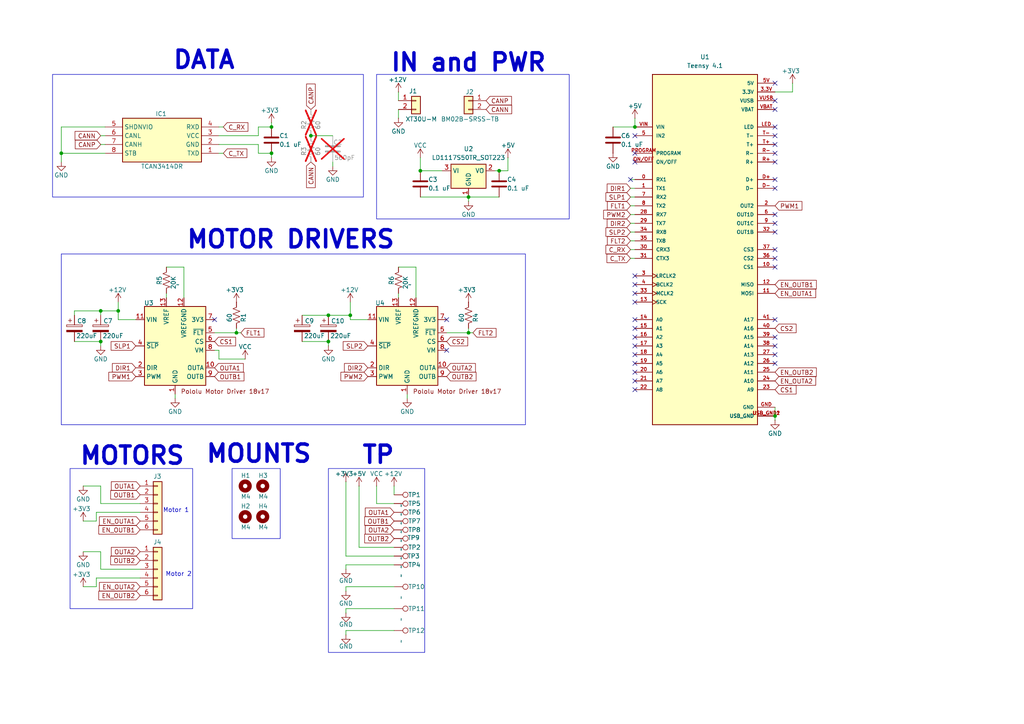
<source format=kicad_sch>
(kicad_sch (version 20231120) (generator "eeschema") (generator_version "8.0")
  (paper "A4")
  (title_block (title "Mechanum Drive Train") (date "2025-01-14") (rev "0.1") (company "Gold Rush Robotics") (comment 1 "WIP"))
  (lib_symbols
    (symbol "Connector:TestPoint" (pin_numbers hide) (pin_names (offset 0.762) hide)
      (property "Reference" "TP" (at 0 6.858 0))
      (property "Value" "TestPoint" (at 0 5.08 0))
      (symbol "TestPoint_0_1"
        (circle (center 0 3.302) (radius 0.762))
      )
      (symbol "TestPoint_1_1"
        (pin passive line (at 0 0 90) (length 2.54) (name "1") (number "1"))
      )
    )
    (symbol "Connector_Generic:Conn_01x02" (pin_names (offset 1.016) hide)
      (property "Reference" "J" (at 0 2.54 0))
      (property "Value" "Conn_01x02" (at 0 -5.08 0))
      (symbol "Conn_01x02_1_1"
        (rectangle (start -1.27 -2.413) (end 0 -2.667) (stroke (width 0.1524)))
        (rectangle (start -1.27 0.127) (end 0 -0.127) (stroke (width 0.1524)))
        (rectangle (start -1.27 1.27) (end 1.27 -3.81) (stroke (width 0.254)) (fill (type background)))
        (pin passive line (at -5.08 0 0) (length 3.81) (name "Pin_1") (number "1"))
        (pin passive line (at -5.08 -2.54 0) (length 3.81) (name "Pin_2") (number "2"))
      )
    )
    (symbol "Connector_Generic:Conn_01x06" (pin_names (offset 1.016) hide)
      (property "Reference" "J" (at 0 7.62 0))
      (property "Value" "Conn_01x06" (at 0 -10.16 0))
      (symbol "Conn_01x06_1_1"
        (rectangle (start -1.27 -7.493) (end 0 -7.747) (stroke (width 0.1524)))
        (rectangle (start -1.27 -4.953) (end 0 -5.207) (stroke (width 0.1524)))
        (rectangle (start -1.27 -2.413) (end 0 -2.667) (stroke (width 0.1524)))
        (rectangle (start -1.27 0.127) (end 0 -0.127) (stroke (width 0.1524)))
        (rectangle (start -1.27 2.667) (end 0 2.413) (stroke (width 0.1524)))
        (rectangle (start -1.27 5.207) (end 0 4.953) (stroke (width 0.1524)))
        (rectangle (start -1.27 6.35) (end 1.27 -8.89) (stroke (width 0.254)) (fill (type background)))
        (pin passive line (at -5.08 5.08 0) (length 3.81) (name "Pin_1") (number "1"))
        (pin passive line (at -5.08 2.54 0) (length 3.81) (name "Pin_2") (number "2"))
        (pin passive line (at -5.08 0 0) (length 3.81) (name "Pin_3") (number "3"))
        (pin passive line (at -5.08 -2.54 0) (length 3.81) (name "Pin_4") (number "4"))
        (pin passive line (at -5.08 -5.08 0) (length 3.81) (name "Pin_5") (number "5"))
        (pin passive line (at -5.08 -7.62 0) (length 3.81) (name "Pin_6") (number "6"))
      )
    )
    (symbol "Device:C" (pin_numbers hide) (pin_names (offset 0.254))
      (property "Reference" "C" (at 0.635 2.54 0))
      (property "Value" "C" (at 0.635 -2.54 0))
      (symbol "C_0_1"
        (polyline (pts (xy -2.032 -0.762) (xy 2.032 -0.762)) (stroke (width 0.508)))
        (polyline (pts (xy -2.032 0.762) (xy 2.032 0.762)) (stroke (width 0.508)))
      )
      (symbol "C_1_1"
        (pin passive line (at 0 3.81 270) (length 2.794) (name "~") (number "1"))
        (pin passive line (at 0 -3.81 90) (length 2.794) (name "~") (number "2"))
      )
    )
    (symbol "Device:C_Polarized" (pin_numbers hide) (pin_names (offset 0.254))
      (property "Reference" "C" (at 0.635 2.54 0))
      (property "Value" "C_Polarized" (at 0.635 -2.54 0))
      (symbol "C_Polarized_0_1"
        (rectangle (start -2.286 0.508) (end 2.286 1.016))
        (polyline (pts (xy -1.778 2.286) (xy -0.762 2.286)))
        (polyline (pts (xy -1.27 2.794) (xy -1.27 1.778)))
        (rectangle (start 2.286 -0.508) (end -2.286 -1.016) (fill (type outline)))
      )
      (symbol "C_Polarized_1_1"
        (pin passive line (at 0 3.81 270) (length 2.794) (name "~") (number "1"))
        (pin passive line (at 0 -3.81 90) (length 2.794) (name "~") (number "2"))
      )
    )
    (symbol "Device:R_US" (pin_numbers hide) (pin_names (offset 0))
      (property "Reference" "R" (at 2.54 0 90))
      (property "Value" "R_US" (at -2.54 0 90))
      (symbol "R_US_0_1"
        (polyline (pts (xy 0 -2.286) (xy 0 -2.54)))
        (polyline (pts (xy 0 2.286) (xy 0 2.54)))
        (polyline (pts (xy 0 -0.762) (xy 1.016 -1.143) (xy 0 -1.524) (xy -1.016 -1.905) (xy 0 -2.286)))
        (polyline (pts (xy 0 0.762) (xy 1.016 0.381) (xy 0 0) (xy -1.016 -0.381) (xy 0 -0.762)))
        (polyline (pts (xy 0 2.286) (xy 1.016 1.905) (xy 0 1.524) (xy -1.016 1.143) (xy 0 0.762)))
      )
      (symbol "R_US_1_1"
        (pin passive line (at 0 3.81 270) (length 1.27) (name "~") (number "1"))
        (pin passive line (at 0 -3.81 90) (length 1.27) (name "~") (number "2"))
      )
    )
    (symbol "Mechanical:MountingHole" (pin_names (offset 1.016)) (exclude_from_sim yes) (in_bom no)
      (property "Reference" "H" (at 0 5.08 0))
      (property "Value" "MountingHole" (at 0 3.175 0))
      (symbol "MountingHole_0_1"
        (circle (center 0 0) (radius 1.27) (stroke (width 1.27)))
      )
    )
    (symbol "Pololu_Motor_Driver_18v17_1"
      (property "Reference" "U" (at 8.636 30.988 0))
      (symbol "Pololu_Motor_Driver_18v17_1_0_1"
        (rectangle (start 0 29.21) (end 17.78 6.35) (stroke (width 0.254)) (fill (type background)))
      )
      (symbol "Pololu_Motor_Driver_18v17_1_1_1"
        (text "Pololu Motor Driver 18v17" (at 23.368 4.572 0) (effects (font (size 1.27 1.27))))
        (pin power_in line (at 8.89 3.81 90) (length 2.54) (name "GND") (number "1"))
        (pin output line (at 20.32 11.43 180) (length 2.54) (name "OUTA") (number "10"))
        (pin power_in line (at -2.54 25.4 0) (length 2.54) (name "VIN") (number "11"))
        (pin power_in line (at 11.43 31.75 270) (length 2.54) (name "VREFGND") (number "12"))
        (pin power_in line (at 6.35 31.75 270) (length 2.54) (name "VREF") (number "13"))
        (pin input line (at -2.54 11.43 0) (length 2.54) (name "DIR") (number "2"))
        (pin input line (at -2.54 8.89 0) (length 2.54) (name "PWM") (number "3"))
        (pin input line (at -2.54 17.78 0) (length 2.54) (name "~{SLP}") (number "4"))
        (pin output line (at 20.32 21.59 180) (length 2.54) (name "~{FLT}") (number "5"))
        (pin output line (at 20.32 19.05 180) (length 2.54) (name "CS") (number "6"))
        (pin power_out line (at 20.32 25.4 180) (length 2.54) (name "3V3") (number "7"))
        (pin output line (at 20.32 16.51 180) (length 2.54) (name "VM") (number "8"))
        (pin output line (at 20.32 8.89 180) (length 2.54) (name "OUTB") (number "9"))
      )
    )
    (symbol "PolouMotorDriver:Pololu_Motor_Driver_18v17"
      (property "Reference" "U" (at 8.636 30.988 0))
      (symbol "Pololu_Motor_Driver_18v17_0_1"
        (rectangle (start 0 29.21) (end 17.78 6.35) (stroke (width 0.254)) (fill (type background)))
      )
      (symbol "Pololu_Motor_Driver_18v17_1_1"
        (text "Pololu Motor Driver 18v17" (at 23.368 4.572 0) (effects (font (size 1.27 1.27))))
        (pin power_in line (at 8.89 3.81 90) (length 2.54) (name "GND") (number "1"))
        (pin output line (at 20.32 11.43 180) (length 2.54) (name "OUTA") (number "10"))
        (pin power_in line (at -2.54 25.4 0) (length 2.54) (name "VIN") (number "11"))
        (pin power_in line (at 11.43 31.75 270) (length 2.54) (name "VREFGND") (number "12"))
        (pin power_in line (at 6.35 31.75 270) (length 2.54) (name "VREF") (number "13"))
        (pin input line (at -2.54 11.43 0) (length 2.54) (name "DIR") (number "2"))
        (pin input line (at -2.54 8.89 0) (length 2.54) (name "PWM") (number "3"))
        (pin input line (at -2.54 17.78 0) (length 2.54) (name "~{SLP}") (number "4"))
        (pin output line (at 20.32 21.59 180) (length 2.54) (name "~{FLT}") (number "5"))
        (pin output line (at 20.32 19.05 180) (length 2.54) (name "CS") (number "6"))
        (pin power_out line (at 20.32 25.4 180) (length 2.54) (name "3V3") (number "7"))
        (pin output line (at 20.32 16.51 180) (length 2.54) (name "VM") (number "8"))
        (pin output line (at 20.32 8.89 180) (length 2.54) (name "OUTB") (number "9"))
      )
    )
    (symbol "Regulator_Linear:LD1117S50TR_SOT223"
      (property "Reference" "U" (at -3.81 3.175 0))
      (property "Value" "LD1117S50TR_SOT223" (at 0 3.175 0))
      (symbol "LD1117S50TR_SOT223_0_1"
        (rectangle (start -5.08 -5.08) (end 5.08 1.905) (stroke (width 0.254)) (fill (type background)))
      )
      (symbol "LD1117S50TR_SOT223_1_1"
        (pin power_in line (at 0 -7.62 90) (length 2.54) (name "GND") (number "1"))
        (pin power_out line (at 7.62 0 180) (length 2.54) (name "VO") (number "2"))
        (pin power_in line (at -7.62 0 0) (length 2.54) (name "VI") (number "3"))
      )
    )
    (symbol "TCAN3414DR:TCAN3414DR"
      (property "Reference" "IC" (at 29.21 7.62 0))
      (property "Value" "TCAN3414DR" (at 29.21 5.08 0))
      (symbol "TCAN3414DR_1_1"
        (rectangle (start 5.08 2.54) (end 27.94 -10.16) (stroke (width 0.254)) (fill (type background)))
        (pin passive line (at 0 0 0) (length 5.08) (name "TXD") (number "1"))
        (pin passive line (at 0 -2.54 0) (length 5.08) (name "GND") (number "2"))
        (pin passive line (at 0 -5.08 0) (length 5.08) (name "VCC") (number "3"))
        (pin passive line (at 0 -7.62 0) (length 5.08) (name "RXD") (number "4"))
        (pin passive line (at 33.02 -7.62 180) (length 5.08) (name "SHDNVIO") (number "5"))
        (pin passive line (at 33.02 -5.08 180) (length 5.08) (name "CANL") (number "6"))
        (pin passive line (at 33.02 -2.54 180) (length 5.08) (name "CANH") (number "7"))
        (pin passive line (at 33.02 0 180) (length 5.08) (name "STB") (number "8"))
      )
    )
    (symbol "Teensy 4.1:DEV-16771" (pin_names (offset 1.016))
      (property "Reference" "U" (at -15.24 52.07 0))
      (property "Value" "DEV-16771" (at -15.24 -53.34 0))
      (symbol "DEV-16771_0_0"
        (rectangle (start -15.24 -50.8) (end 15.24 50.8) (stroke (width 0.254)) (fill (type background)))
        (pin bidirectional line (at -20.32 20.32 0) (length 5.08) (name "RX1") (number "0"))
        (pin bidirectional line (at -20.32 17.78 0) (length 5.08) (name "TX1") (number "1"))
        (pin bidirectional line (at 20.32 -5.08 180) (length 5.08) (name "CS1") (number "10"))
        (pin bidirectional line (at 20.32 -12.7 180) (length 5.08) (name "MOSI") (number "11"))
        (pin bidirectional line (at 20.32 -10.16 180) (length 5.08) (name "MISO") (number "12"))
        (pin bidirectional clock (at -20.32 -15.24 0) (length 5.08) (name "SCK") (number "13"))
        (pin bidirectional line (at -20.32 -20.32 0) (length 5.08) (name "A0") (number "14"))
        (pin bidirectional line (at -20.32 -22.86 0) (length 5.08) (name "A1") (number "15"))
        (pin bidirectional line (at -20.32 -25.4 0) (length 5.08) (name "A2") (number "16"))
        (pin bidirectional line (at -20.32 -27.94 0) (length 5.08) (name "A3") (number "17"))
        (pin bidirectional line (at -20.32 -30.48 0) (length 5.08) (name "A4") (number "18"))
        (pin bidirectional line (at -20.32 -33.02 0) (length 5.08) (name "A5") (number "19"))
        (pin output line (at 20.32 12.7 180) (length 5.08) (name "OUT2") (number "2"))
        (pin bidirectional line (at -20.32 -35.56 0) (length 5.08) (name "A6") (number "20"))
        (pin bidirectional line (at -20.32 -38.1 0) (length 5.08) (name "A7") (number "21"))
        (pin bidirectional line (at -20.32 -40.64 0) (length 5.08) (name "A8") (number "22"))
        (pin bidirectional line (at 20.32 -40.64 180) (length 5.08) (name "A9") (number "23"))
        (pin bidirectional line (at 20.32 -38.1 180) (length 5.08) (name "A10") (number "24"))
        (pin bidirectional line (at 20.32 -35.56 180) (length 5.08) (name "A11") (number "25"))
        (pin bidirectional line (at 20.32 -33.02 180) (length 5.08) (name "A12") (number "26"))
        (pin bidirectional line (at 20.32 -30.48 180) (length 5.08) (name "A13") (number "27"))
        (pin bidirectional line (at -20.32 10.16 0) (length 5.08) (name "RX7") (number "28"))
        (pin bidirectional line (at -20.32 7.62 0) (length 5.08) (name "TX7") (number "29"))
        (pin bidirectional clock (at -20.32 -7.62 0) (length 5.08) (name "LRCLK2") (number "3"))
        (pin bidirectional line (at -20.32 0 0) (length 5.08) (name "CRX3") (number "30"))
        (pin bidirectional line (at -20.32 -2.54 0) (length 5.08) (name "CTX3") (number "31"))
        (pin output line (at 20.32 5.08 180) (length 5.08) (name "OUT1B") (number "32"))
        (pin bidirectional clock (at -20.32 -12.7 0) (length 5.08) (name "MCLK2") (number "33"))
        (pin bidirectional line (at -20.32 5.08 0) (length 5.08) (name "RX8") (number "34"))
        (pin bidirectional line (at -20.32 2.54 0) (length 5.08) (name "TX8") (number "35"))
        (pin bidirectional line (at 20.32 -2.54 180) (length 5.08) (name "CS2") (number "36"))
        (pin bidirectional line (at 20.32 0 180) (length 5.08) (name "CS3") (number "37"))
        (pin bidirectional line (at 20.32 -27.94 180) (length 5.08) (name "A14") (number "38"))
        (pin bidirectional line (at 20.32 -25.4 180) (length 5.08) (name "A15") (number "39"))
        (pin bidirectional clock (at -20.32 -10.16 0) (length 5.08) (name "BCLK2") (number "4"))
        (pin bidirectional line (at 20.32 -22.86 180) (length 5.08) (name "A16") (number "40"))
        (pin bidirectional line (at 20.32 -20.32 180) (length 5.08) (name "A17") (number "41"))
        (pin bidirectional line (at -20.32 33.02 0) (length 5.08) (name "IN2") (number "5"))
        (pin power_in line (at 20.32 48.26 180) (length 5.08) (name "5V") (number "5V"))
        (pin output line (at 20.32 10.16 180) (length 5.08) (name "OUT1D") (number "6"))
        (pin bidirectional line (at -20.32 15.24 0) (length 5.08) (name "RX2") (number "7"))
        (pin bidirectional line (at -20.32 12.7 0) (length 5.08) (name "TX2") (number "8"))
        (pin output line (at 20.32 7.62 180) (length 5.08) (name "OUT1C") (number "9"))
        (pin bidirectional line (at 20.32 20.32 180) (length 5.08) (name "D+") (number "D+"))
        (pin bidirectional line (at 20.32 17.78 180) (length 5.08) (name "D-") (number "D-"))
        (pin bidirectional line (at 20.32 35.56 180) (length 5.08) (name "LED") (number "LED"))
        (pin bidirectional line (at -20.32 25.4 0) (length 5.08) (name "ON/OFF") (number "ON/OFF"))
        (pin bidirectional line (at -20.32 27.94 0) (length 5.08) (name "PROGRAM") (number "PROGRAM"))
        (pin bidirectional line (at 20.32 25.4 180) (length 5.08) (name "R+") (number "R+"))
        (pin bidirectional line (at 20.32 27.94 180) (length 5.08) (name "R-") (number "R-"))
        (pin bidirectional line (at 20.32 30.48 180) (length 5.08) (name "T+") (number "T+"))
        (pin bidirectional line (at 20.32 33.02 180) (length 5.08) (name "T-") (number "T-"))
        (pin power_in line (at 20.32 -48.26 180) (length 5.08) (name "USB_GND") (number "USB_GND1"))
        (pin power_in line (at 20.32 -48.26 180) (length 5.08) (name "USB_GND") (number "USB_GND2"))
        (pin passive line (at 20.32 40.64 180) (length 5.08) (name "VBAT") (number "VBAT"))
        (pin input line (at -20.32 35.56 0) (length 5.08) (name "VIN") (number "VIN"))
        (pin passive line (at 20.32 43.18 180) (length 5.08) (name "VUSB") (number "VUSB"))
      )
      (symbol "DEV-16771_1_0"
        (pin power_in line (at 20.32 45.72 180) (length 5.08) (name "3.3V") (number "3.3V"))
        (pin power_in line (at 20.32 -45.72 180) (length 5.08) (name "GND") (number "GND"))
      )
    )
    (symbol "power:+12V" (power) (pin_numbers hide) (pin_names (offset 0) hide)
      (property "Value" "+12V" (at 0 3.556 0))
      (symbol "+12V_0_1"
        (polyline (pts (xy -0.762 1.27) (xy 0 2.54)))
        (polyline (pts (xy 0 0) (xy 0 2.54)))
        (polyline (pts (xy 0 2.54) (xy 0.762 1.27)))
      )
      (symbol "+12V_1_1"
        (pin power_in line (at 0 0 90) (length 0) (name "~") (number "1"))
      )
    )
    (symbol "power:+3V3" (power) (pin_numbers hide) (pin_names (offset 0) hide)
      (property "Value" "+3V3" (at 0 3.556 0))
      (symbol "+3V3_0_1"
        (polyline (pts (xy -0.762 1.27) (xy 0 2.54)))
        (polyline (pts (xy 0 0) (xy 0 2.54)))
        (polyline (pts (xy 0 2.54) (xy 0.762 1.27)))
      )
      (symbol "+3V3_1_1"
        (pin power_in line (at 0 0 90) (length 0) (name "~") (number "1"))
      )
    )
    (symbol "power:+5V" (power) (pin_numbers hide) (pin_names (offset 0) hide)
      (property "Value" "+5V" (at 0 3.556 0))
      (symbol "+5V_0_1"
        (polyline (pts (xy -0.762 1.27) (xy 0 2.54)))
        (polyline (pts (xy 0 0) (xy 0 2.54)))
        (polyline (pts (xy 0 2.54) (xy 0.762 1.27)))
      )
      (symbol "+5V_1_1"
        (pin power_in line (at 0 0 90) (length 0) (name "~") (number "1"))
      )
    )
    (symbol "power:GND" (power) (pin_numbers hide) (pin_names (offset 0) hide)
      (property "Value" "GND" (at 0 -3.81 0))
      (symbol "GND_0_1"
        (polyline (pts (xy 0 0) (xy 0 -1.27) (xy 1.27 -1.27) (xy 0 -2.54) (xy -1.27 -1.27) (xy 0 -1.27)))
      )
      (symbol "GND_1_1"
        (pin power_in line (at 0 0 270) (length 0) (name "~") (number "1"))
      )
    )
    (symbol "power:VCC" (power) (pin_numbers hide) (pin_names (offset 0) hide)
      (property "Value" "VCC" (at 0 3.556 0))
      (symbol "VCC_0_1"
        (polyline (pts (xy -0.762 1.27) (xy 0 2.54)))
        (polyline (pts (xy 0 0) (xy 0 2.54)))
        (polyline (pts (xy 0 2.54) (xy 0.762 1.27)))
      )
      (symbol "VCC_1_1"
        (pin power_in line (at 0 0 90) (length 0) (name "~") (number "1"))
      )
    )
  )
  (junction (at 68.58 96.52))
  (junction (at 29.21 99.06))
  (junction (at 224.79 120.65))
  (junction (at 95.25 91.44))
  (junction (at 78.74 44.45))
  (junction (at 29.21 90.17))
  (junction (at 135.89 57.15))
  (junction (at 144.78 49.53))
  (junction (at 101.6 91.44))
  (junction (at 121.92 49.53))
  (junction (at 90.17 39.37))
  (junction (at 17.78 44.45))
  (junction (at 78.74 36.83))
  (junction (at 95.25 99.06))
  (junction (at 135.89 96.52))
  (junction (at 34.29 90.17))
  (junction (at 184.15 36.83))
  (no_connect (at 184.15 87.63))
  (no_connect (at 224.79 77.47))
  (no_connect (at 224.79 39.37))
  (no_connect (at 184.15 80.01))
  (no_connect (at 184.15 107.95))
  (no_connect (at 129.54 101.6))
  (no_connect (at 184.15 85.09))
  (no_connect (at 224.79 44.45))
  (no_connect (at 224.79 41.91))
  (no_connect (at 184.15 39.37))
  (no_connect (at 184.15 95.25))
  (no_connect (at 184.15 105.41))
  (no_connect (at 224.79 36.83))
  (no_connect (at 224.79 31.75))
  (no_connect (at 182.88 52.07))
  (no_connect (at 184.15 110.49))
  (no_connect (at 62.23 92.71))
  (no_connect (at 224.79 52.07))
  (no_connect (at 224.79 105.41))
  (no_connect (at 224.79 62.23))
  (no_connect (at 184.15 46.99))
  (no_connect (at 224.79 67.31))
  (no_connect (at 184.15 113.03))
  (no_connect (at 224.79 74.93))
  (no_connect (at 224.79 54.61))
  (no_connect (at 224.79 72.39))
  (no_connect (at 184.15 102.87))
  (no_connect (at 129.54 92.71))
  (no_connect (at 224.79 97.79))
  (no_connect (at 184.15 100.33))
  (no_connect (at 184.15 82.55))
  (no_connect (at 224.79 102.87))
  (no_connect (at 224.79 46.99))
  (no_connect (at 184.15 44.45))
  (no_connect (at 224.79 24.13))
  (no_connect (at 184.15 97.79))
  (no_connect (at 224.79 64.77))
  (no_connect (at 224.79 100.33))
  (no_connect (at 224.79 29.21))
  (no_connect (at 184.15 92.71))
  (no_connect (at 224.79 92.71))
  (wire (pts (xy 100.33 139.7) (xy 100.33 161.29)))
  (wire (pts (xy 74.93 36.83) (xy 78.74 36.83)))
  (wire (pts (xy 101.6 91.44) (xy 101.6 92.71)))
  (wire (pts (xy 184.15 34.29) (xy 184.15 36.83)))
  (wire (pts (xy 118.11 115.57) (xy 118.11 114.3)))
  (wire (pts (xy 115.57 77.47) (xy 120.65 77.47)))
  (wire (pts (xy 63.5 104.14) (xy 63.5 101.6)))
  (wire (pts (xy 100.33 182.88) (xy 100.33 184.15)))
  (wire (pts (xy 177.8 36.83) (xy 184.15 36.83)))
  (wire (pts (xy 68.58 96.52) (xy 69.85 96.52)))
  (wire (pts (xy 100.33 170.18) (xy 100.33 171.45)))
  (wire (pts (xy 224.79 118.11) (xy 224.79 120.65)))
  (wire (pts (xy 100.33 163.83) (xy 114.3 163.83)))
  (wire (pts (xy 87.63 91.44) (xy 95.25 91.44)))
  (wire (pts (xy 27.94 151.13) (xy 27.94 148.59)))
  (wire (pts (xy 27.94 167.64) (xy 40.64 167.64)))
  (wire (pts (xy 144.78 49.53) (xy 147.32 49.53)))
  (wire (pts (xy 27.94 148.59) (xy 40.64 148.59)))
  (wire (pts (xy 104.14 158.75) (xy 114.3 158.75)))
  (wire (pts (xy 78.74 44.45) (xy 74.93 44.45)))
  (wire (pts (xy 114.3 140.97) (xy 114.3 143.51)))
  (wire (pts (xy 29.21 90.17) (xy 34.29 90.17)))
  (wire (pts (xy 182.88 64.77) (xy 184.15 64.77)))
  (wire (pts (xy 121.92 57.15) (xy 135.89 57.15)))
  (wire (pts (xy 144.78 49.53) (xy 143.51 49.53)))
  (wire (pts (xy 29.21 160.02) (xy 29.21 165.1)))
  (wire (pts (xy 95.25 99.06) (xy 95.25 100.33)))
  (wire (pts (xy 24.13 170.18) (xy 27.94 170.18)))
  (wire (pts (xy 100.33 176.53) (xy 114.3 176.53)))
  (wire (pts (xy 121.92 45.72) (xy 121.92 49.53)))
  (wire (pts (xy 182.88 69.85) (xy 184.15 69.85)))
  (wire (pts (xy 21.59 90.17) (xy 29.21 90.17)))
  (wire (pts (xy 96.52 48.26) (xy 96.52 46.99)))
  (wire (pts (xy 182.88 72.39) (xy 184.15 72.39)))
  (wire (pts (xy 115.57 26.67) (xy 115.57 29.21)))
  (wire (pts (xy 100.33 163.83) (xy 100.33 165.1)))
  (wire (pts (xy 182.88 59.69) (xy 184.15 59.69)))
  (wire (pts (xy 224.79 26.67) (xy 229.87 26.67)))
  (wire (pts (xy 63.5 41.91) (xy 74.93 41.91)))
  (wire (pts (xy 27.94 170.18) (xy 27.94 167.64)))
  (wire (pts (xy 100.33 161.29) (xy 114.3 161.29)))
  (wire (pts (xy 74.93 39.37) (xy 74.93 36.83)))
  (wire (pts (xy 109.22 146.05) (xy 109.22 140.97)))
  (wire (pts (xy 34.29 92.71) (xy 39.37 92.71)))
  (wire (pts (xy 17.78 44.45) (xy 30.48 44.45)))
  (wire (pts (xy 30.48 36.83) (xy 17.78 36.83)))
  (wire (pts (xy 182.88 54.61) (xy 184.15 54.61)))
  (wire (pts (xy 135.89 96.52) (xy 137.16 96.52)))
  (wire (pts (xy 24.13 151.13) (xy 27.94 151.13)))
  (wire (pts (xy 29.21 41.91) (xy 30.48 41.91)))
  (wire (pts (xy 50.8 115.57) (xy 50.8 114.3)))
  (wire (pts (xy 182.88 52.07) (xy 184.15 52.07)))
  (wire (pts (xy 17.78 46.99) (xy 17.78 44.45)))
  (wire (pts (xy 87.63 99.06) (xy 95.25 99.06)))
  (wire (pts (xy 74.93 44.45) (xy 74.93 41.91)))
  (wire (pts (xy 115.57 85.09) (xy 115.57 86.36)))
  (wire (pts (xy 182.88 74.93) (xy 184.15 74.93)))
  (wire (pts (xy 182.88 62.23) (xy 184.15 62.23)))
  (wire (pts (xy 78.74 45.72) (xy 78.74 44.45)))
  (wire (pts (xy 48.26 85.09) (xy 48.26 86.36)))
  (wire (pts (xy 34.29 87.63) (xy 34.29 90.17)))
  (wire (pts (xy 104.14 140.97) (xy 104.14 158.75)))
  (wire (pts (xy 21.59 99.06) (xy 29.21 99.06)))
  (wire (pts (xy 29.21 140.97) (xy 29.21 146.05)))
  (wire (pts (xy 101.6 92.71) (xy 106.68 92.71)))
  (wire (pts (xy 114.3 146.05) (xy 109.22 146.05)))
  (wire (pts (xy 68.58 95.25) (xy 68.58 96.52)))
  (wire (pts (xy 100.33 176.53) (xy 100.33 177.8)))
  (wire (pts (xy 129.54 96.52) (xy 135.89 96.52)))
  (wire (pts (xy 64.77 44.45) (xy 63.5 44.45)))
  (wire (pts (xy 29.21 91.44) (xy 29.21 90.17)))
  (wire (pts (xy 63.5 39.37) (xy 74.93 39.37)))
  (wire (pts (xy 224.79 121.92) (xy 224.79 120.65)))
  (wire (pts (xy 34.29 92.71) (xy 34.29 90.17)))
  (wire (pts (xy 24.13 140.97) (xy 29.21 140.97)))
  (wire (pts (xy 120.65 77.47) (xy 120.65 86.36)))
  (wire (pts (xy 182.88 67.31) (xy 184.15 67.31)))
  (wire (pts (xy 21.59 91.44) (xy 21.59 90.17)))
  (wire (pts (xy 101.6 87.63) (xy 101.6 91.44)))
  (wire (pts (xy 229.87 24.13) (xy 229.87 26.67)))
  (wire (pts (xy 24.13 160.02) (xy 29.21 160.02)))
  (wire (pts (xy 29.21 39.37) (xy 30.48 39.37)))
  (wire (pts (xy 53.34 77.47) (xy 53.34 86.36)))
  (wire (pts (xy 17.78 44.45) (xy 17.78 36.83)))
  (wire (pts (xy 63.5 101.6) (xy 62.23 101.6)))
  (wire (pts (xy 29.21 165.1) (xy 40.64 165.1)))
  (wire (pts (xy 135.89 57.15) (xy 144.78 57.15)))
  (wire (pts (xy 71.12 104.14) (xy 63.5 104.14)))
  (wire (pts (xy 121.92 49.53) (xy 128.27 49.53)))
  (wire (pts (xy 29.21 99.06) (xy 29.21 100.33)))
  (wire (pts (xy 95.25 91.44) (xy 101.6 91.44)))
  (wire (pts (xy 29.21 146.05) (xy 40.64 146.05)))
  (wire (pts (xy 100.33 170.18) (xy 114.3 170.18)))
  (wire (pts (xy 135.89 95.25) (xy 135.89 96.52)))
  (wire (pts (xy 62.23 96.52) (xy 68.58 96.52)))
  (wire (pts (xy 90.17 39.37) (xy 96.52 39.37)))
  (wire (pts (xy 182.88 57.15) (xy 184.15 57.15)))
  (wire (pts (xy 78.74 35.56) (xy 78.74 36.83)))
  (wire (pts (xy 100.33 182.88) (xy 114.3 182.88)))
  (wire (pts (xy 135.89 58.42) (xy 135.89 57.15)))
  (wire (pts (xy 115.57 34.29) (xy 115.57 31.75)))
  (wire (pts (xy 147.32 45.72) (xy 147.32 49.53)))
  (wire (pts (xy 64.77 36.83) (xy 63.5 36.83)))
  (wire (pts (xy 48.26 77.47) (xy 53.34 77.47)))
  (rectangle (start 67.31 135.89) (end 81.28 156.21))
  (rectangle (start 15.24 21.59) (end 105.41 57.15))
  (rectangle (start 20.32 135.89) (end 55.88 176.53))
  (rectangle (start 95.25 135.89) (end 123.19 189.23))
  (rectangle (start 17.78 73.66) (end 152.4 123.19))
  (rectangle (start 109.22 21.59) (end 165.1 63.5))
  (text "MOUNTS" (at 75.0796 131.7564 0) (effects (font (size 5 5) (thickness 1) (bold yes))))
  (text "TP" (at 109.728 132.08 0) (effects (font (size 5 5) (thickness 1) (bold yes))))
  (text "Motor 1" (at 51.054 148.082 0) (effects (font (size 1.27 1.27))))
  (text "DATA" (at 59.182 17.526 0) (effects (font (size 5 5) (thickness 1) (bold yes))))
  (text "IN and PWR" (at 135.89 18.288 0) (effects (font (size 5 5) (thickness 1) (bold yes))))
  (text "MOTOR DRIVERS" (at 84.328 69.596 0) (effects (font (size 5 5) (thickness 1) (bold yes))))
  (text "Motor 2" (at 51.816 166.624 0) (effects (font (size 1.27 1.27))))
  (text "MOTORS" (at 38.354 132.334 0) (effects (font (size 5 5) (thickness 1) (bold yes))))
  (global_label "EN_OUTA1" (shape input) (at 40.64 151.13 180) (property "Intersheetrefs" "${INTERSHEET_REFS}" (effects (hide yes))))
  (global_label "PWM1" (shape input) (at 39.37 109.22 180) (property "Intersheetrefs" "${INTERSHEET_REFS}" (effects (hide yes))))
  (global_label "OUTB2" (shape input) (at 129.54 109.22 0) (property "Intersheetrefs" "${INTERSHEET_REFS}" (effects (hide yes))))
  (global_label "PWM1" (shape input) (at 224.79 59.69 0) (property "Intersheetrefs" "${INTERSHEET_REFS}" (effects (hide yes))))
  (global_label "OUTB1" (shape input) (at 62.23 109.22 0) (property "Intersheetrefs" "${INTERSHEET_REFS}" (effects (hide yes))))
  (global_label "C_TX" (shape input) (at 182.88 74.93 180) (property "Intersheetrefs" "${INTERSHEET_REFS}" (effects (hide yes))))
  (global_label "SLP1" (shape input) (at 182.88 57.15 180) (property "Intersheetrefs" "${INTERSHEET_REFS}" (effects (hide yes))))
  (global_label "CANP" (shape input) (at 140.97 29.21 0) (property "Intersheetrefs" "${INTERSHEET_REFS}" (effects (hide yes))))
  (global_label "CANN" (shape input) (at 29.21 39.37 180) (property "Intersheetrefs" "${INTERSHEET_REFS}" (effects (hide yes))))
  (global_label "OUTB1" (shape input) (at 114.3 151.13 180) (property "Intersheetrefs" "${INTERSHEET_REFS}" (effects (hide yes))))
  (global_label "OUTA2" (shape input) (at 129.54 106.68 0) (property "Intersheetrefs" "${INTERSHEET_REFS}" (effects (hide yes))))
  (global_label "FLT1" (shape input) (at 182.88 59.69 180) (property "Intersheetrefs" "${INTERSHEET_REFS}" (effects (hide yes))))
  (global_label "FLT1" (shape input) (at 69.85 96.52 0) (property "Intersheetrefs" "${INTERSHEET_REFS}" (effects (hide yes))))
  (global_label "DIR2" (shape input) (at 182.88 64.77 180) (property "Intersheetrefs" "${INTERSHEET_REFS}" (effects (hide yes))))
  (global_label "PWM2" (shape input) (at 182.88 62.23 180) (property "Intersheetrefs" "${INTERSHEET_REFS}" (effects (hide yes))))
  (global_label "OUTA1" (shape input) (at 62.23 106.68 0) (property "Intersheetrefs" "${INTERSHEET_REFS}" (effects (hide yes))))
  (global_label "DIR1" (shape input) (at 182.88 54.61 180) (property "Intersheetrefs" "${INTERSHEET_REFS}" (effects (hide yes))))
  (global_label "FLT2" (shape input) (at 137.16 96.52 0) (property "Intersheetrefs" "${INTERSHEET_REFS}" (effects (hide yes))))
  (global_label "EN_OUTB2" (shape input) (at 40.64 172.72 180) (property "Intersheetrefs" "${INTERSHEET_REFS}" (effects (hide yes))))
  (global_label "CANP" (shape input) (at 90.17 31.75 90) (property "Intersheetrefs" "${INTERSHEET_REFS}" (effects (hide yes))))
  (global_label "DIR2" (shape input) (at 106.68 106.68 180) (property "Intersheetrefs" "${INTERSHEET_REFS}" (effects (hide yes))))
  (global_label "OUTB2" (shape input) (at 40.64 162.56 180) (property "Intersheetrefs" "${INTERSHEET_REFS}" (effects (hide yes))))
  (global_label "CANN" (shape input) (at 90.17 46.99 270) (property "Intersheetrefs" "${INTERSHEET_REFS}" (effects (hide yes))))
  (global_label "C_RX" (shape input) (at 182.88 72.39 180) (property "Intersheetrefs" "${INTERSHEET_REFS}" (effects (hide yes))))
  (global_label "CS1" (shape input) (at 62.23 99.06 0) (property "Intersheetrefs" "${INTERSHEET_REFS}" (effects (hide yes))))
  (global_label "CS2" (shape input) (at 224.79 95.25 0) (property "Intersheetrefs" "${INTERSHEET_REFS}" (effects (hide yes))))
  (global_label "EN_OUTB1" (shape input) (at 40.64 153.67 180) (property "Intersheetrefs" "${INTERSHEET_REFS}" (effects (hide yes))))
  (global_label "SLP2" (shape input) (at 182.88 67.31 180) (property "Intersheetrefs" "${INTERSHEET_REFS}" (effects (hide yes))))
  (global_label "OUTA2" (shape input) (at 114.3 153.67 180) (property "Intersheetrefs" "${INTERSHEET_REFS}" (effects (hide yes))))
  (global_label "C_TX" (shape input) (at 64.77 44.45 0) (property "Intersheetrefs" "${INTERSHEET_REFS}" (effects (hide yes))))
  (global_label "C_RX" (shape input) (at 64.77 36.83 0) (property "Intersheetrefs" "${INTERSHEET_REFS}" (effects (hide yes))))
  (global_label "SLP1" (shape input) (at 39.37 100.33 180) (property "Intersheetrefs" "${INTERSHEET_REFS}" (effects (hide yes))))
  (global_label "CANP" (shape input) (at 29.21 41.91 180) (property "Intersheetrefs" "${INTERSHEET_REFS}" (effects (hide yes))))
  (global_label "FLT2" (shape input) (at 182.88 69.85 180) (property "Intersheetrefs" "${INTERSHEET_REFS}" (effects (hide yes))))
  (global_label "PWM2" (shape input) (at 106.68 109.22 180) (property "Intersheetrefs" "${INTERSHEET_REFS}" (effects (hide yes))))
  (global_label "OUTB1" (shape input) (at 40.64 143.51 180) (property "Intersheetrefs" "${INTERSHEET_REFS}" (effects (hide yes))))
  (global_label "OUTA1" (shape input) (at 114.3 148.59 180) (property "Intersheetrefs" "${INTERSHEET_REFS}" (effects (hide yes))))
  (global_label "DIR1" (shape input) (at 39.37 106.68 180) (property "Intersheetrefs" "${INTERSHEET_REFS}" (effects (hide yes))))
  (global_label "EN_OUTA1" (shape input) (at 224.79 85.09 0) (property "Intersheetrefs" "${INTERSHEET_REFS}" (effects (hide yes))))
  (global_label "EN_OUTB2" (shape input) (at 224.79 107.95 0) (property "Intersheetrefs" "${INTERSHEET_REFS}" (effects (hide yes))))
  (global_label "CS1" (shape input) (at 224.79 113.03 0) (property "Intersheetrefs" "${INTERSHEET_REFS}" (effects (hide yes))))
  (global_label "EN_OUTA2" (shape input) (at 40.64 170.18 180) (property "Intersheetrefs" "${INTERSHEET_REFS}" (effects (hide yes))))
  (global_label "EN_OUTA2" (shape input) (at 224.79 110.49 0) (property "Intersheetrefs" "${INTERSHEET_REFS}" (effects (hide yes))))
  (global_label "OUTB2" (shape input) (at 114.3 156.21 180) (property "Intersheetrefs" "${INTERSHEET_REFS}" (effects (hide yes))))
  (global_label "EN_OUTB1" (shape input) (at 224.79 82.55 0) (property "Intersheetrefs" "${INTERSHEET_REFS}" (effects (hide yes))))
  (global_label "SLP2" (shape input) (at 106.68 100.33 180) (property "Intersheetrefs" "${INTERSHEET_REFS}" (effects (hide yes))))
  (global_label "OUTA2" (shape input) (at 40.64 160.02 180) (property "Intersheetrefs" "${INTERSHEET_REFS}" (effects (hide yes))))
  (global_label "CS2" (shape input) (at 129.54 99.06 0) (property "Intersheetrefs" "${INTERSHEET_REFS}" (effects (hide yes))))
  (global_label "OUTA1" (shape input) (at 40.64 140.97 180) (property "Intersheetrefs" "${INTERSHEET_REFS}" (effects (hide yes))))
  (global_label "CANN" (shape input) (at 140.97 31.75 0) (property "Intersheetrefs" "${INTERSHEET_REFS}" (effects (hide yes))))
  (symbol (lib_id "Connector_Generic:Conn_01x02") (at 135.89 29.21 0) (mirror y) (unit 1)
    (property "Reference" "J2" (at 137.414 26.6699 0) (effects (justify left)))
    (property "Value" "BM02B-SRSS-TB" (at 144.78 34.5439 0) (effects (justify left)))
    (property "Footprint" "Connector_JST:JST_SH_BM02B-SRSS-TB_1x02-1MP_P1.00mm_Vertical" (effects (hide yes)))
    (property "Description" "Generic connector, single row, 01x02, script generated (kicad-library-utils/schlib/autogen/connector/)" (effects (hide yes)))
  )
  (symbol (lib_id "Connector:TestPoint") (at 114.3 163.83 270) (unit 1)
    (property "Reference" "TP4" (at 118.3641 163.83 90) (effects (justify left)))
    (property "Value" "~" (at 116.3321 166.37 0) (effects (justify left)))
    (property "Footprint" "TestPoint:TestPoint_Loop_D1.80mm_Drill1.0mm_Beaded" (effects (hide yes)))
    (property "Description" "test point" (effects (hide yes)))
  )
  (symbol (lib_id "Device:R_US") (at 68.58 91.44 0) (mirror y) (unit 1)
    (property "Reference" "R1" (at 70.612 93.4719 90) (effects (justify left)))
    (property "Value" "60" (at 66.548 93.4719 90) (effects (justify left)))
    (property "Footprint" "Resistor_SMD:R_0805_2012Metric_Pad1.20x1.40mm_HandSolder" (effects (hide yes)))
    (property "Description" "Resistor, US symbol" (effects (hide yes)))
  )
  (symbol (lib_id "Connector:TestPoint") (at 114.3 153.67 270) (unit 1)
    (property "Reference" "TP8" (at 118.3641 153.67 90) (effects (justify left)))
    (property "Value" "~" (at 116.3321 156.21 0) (effects (justify left)))
    (property "Footprint" "TestPoint:TestPoint_Loop_D1.80mm_Drill1.0mm_Beaded" (effects (hide yes)))
    (property "Description" "test point" (effects (hide yes)))
  )
  (symbol (lib_id "power:+12V") (at 101.6 87.63 0) (unit 1)
    (property "Reference" "#PWR05" (effects (hide yes)))
    (property "Value" "+12V" (at 101.346 84.074 0))
    (property "Description" "Power symbol creates a global label with name \"+12V\"" (effects (hide yes)))
  )
  (symbol (lib_id "Device:R_US") (at 115.57 81.28 0) (mirror x) (unit 1)
    (property "Reference" "R6" (at 113.538 80.0101 90) (effects (justify left)))
    (property "Value" "20K" (at 117.602 80.0101 90) (effects (justify left)))
    (property "Footprint" "Resistor_THT:R_Axial_DIN0207_L6.3mm_D2.5mm_P5.08mm_Vertical" (effects (hide yes)))
    (property "Description" "Resistor, US symbol" (effects (hide yes)))
  )
  (symbol (lib_id "power:+3V3") (at 68.58 87.63 0) (unit 1)
    (property "Reference" "#PWR04" (effects (hide yes)))
    (property "Value" "+3V3" (at 68.072 84.074 0))
    (property "Description" "Power symbol creates a global label with name \"+3V3\"" (effects (hide yes)))
  )
  (symbol (lib_id "power:+3V3") (at 229.87 24.13 0) (unit 1)
    (property "Reference" "#PWR028" (effects (hide yes)))
    (property "Value" "+3V3" (at 229.362 20.574 0))
    (property "Description" "Power symbol creates a global label with name \"+3V3\"" (effects (hide yes)))
  )
  (symbol (lib_id "Connector:TestPoint") (at 114.3 151.13 270) (unit 1)
    (property "Reference" "TP7" (at 118.3641 151.13 90) (effects (justify left)))
    (property "Value" "~" (at 116.3321 153.67 0) (effects (justify left)))
    (property "Footprint" "TestPoint:TestPoint_Loop_D1.80mm_Drill1.0mm_Beaded" (effects (hide yes)))
    (property "Description" "test point" (effects (hide yes)))
  )
  (symbol (lib_id "Device:C") (at 78.74 40.64 0) (unit 1)
    (property "Reference" "C1" (at 81.026 39.3699 0) (effects (justify left)))
    (property "Value" "0.1 uF" (at 81.026 41.9099 0) (effects (justify left)))
    (property "Footprint" "Capacitor_SMD:C_0805_2012Metric_Pad1.18x1.45mm_HandSolder" (effects (hide yes)))
    (property "Description" "Unpolarized capacitor" (effects (hide yes)))
  )
  (symbol (lib_id "Connector_Generic:Conn_01x02") (at 120.65 29.21 0) (unit 1)
    (property "Reference" "J1" (at 118.618 26.4159 0) (effects (justify left)))
    (property "Value" "XT30U-M" (at 117.602 34.5439 0) (effects (justify left)))
    (property "Footprint" "Connector_AMASS:AMASS_XT30U-M_1x02_P5.0mm_Vertical" (effects (hide yes)))
    (property "Description" "Generic connector, single row, 01x02, script generated (kicad-library-utils/schlib/autogen/connector/)" (effects (hide yes)))
  )
  (symbol (lib_id "Connector:TestPoint") (at 114.3 170.18 270) (unit 1)
    (property "Reference" "TP10" (at 118.3641 170.18 90) (effects (justify left)))
    (property "Value" "~" (at 116.3321 172.72 0) (effects (justify left)))
    (property "Footprint" "TestPoint:TestPoint_Loop_D1.80mm_Drill1.0mm_Beaded" (effects (hide yes)))
    (property "Description" "test point" (effects (hide yes)))
  )
  (symbol (lib_id "PolouMotorDriver:Pololu_Motor_Driver_18v17") (at 109.22 118.11 0) (unit 1)
    (property "Reference" "U4" (at 110.236 87.884 0))
    (property "Value" "~" (at 118.872 82.55 0))
    (property "Footprint" "PolouMotorDriver:Pololu_G2_Motor_Driver_18v17" (effects (hide yes)))
  )
  (symbol (lib_id "Device:C_Polarized") (at 29.21 95.25 0) (unit 1)
    (property "Reference" "C7" (at 29.972 93.0909 0) (effects (justify left)))
    (property "Value" "220uF" (at 29.718 97.4089 0) (effects (justify left)))
    (property "Footprint" "Capacitor_THT:CP_Radial_D6.3mm_P2.50mm" (effects (hide yes)))
    (property "Datasheet" "https://www.digikey.com/en/products/detail/rubycon/25YXJ220M6-3X11/3563124" (effects (hide yes)))
    (property "Description" "Polarized capacitor" (effects (hide yes)))
  )
  (symbol (lib_id "power:+12V") (at 115.57 26.67 0) (unit 1)
    (property "Reference" "#PWR012" (effects (hide yes)))
    (property "Value" "+12V" (at 115.316 23.114 0))
    (property "Description" "Power symbol creates a global label with name \"+12V\"" (effects (hide yes)))
  )
  (symbol (lib_id "power:GND") (at 224.79 121.92 0) (unit 1)
    (property "Reference" "#PWR018" (effects (hide yes)))
    (property "Value" "GND" (at 224.79 125.73 0))
    (property "Description" "Power symbol creates a global label with name \"GND\" , ground" (effects (hide yes)))
  )
  (symbol (lib_id "Connector:TestPoint") (at 114.3 148.59 270) (unit 1)
    (property "Reference" "TP6" (at 118.3641 148.59 90) (effects (justify left)))
    (property "Value" "~" (at 116.3321 151.13 0) (effects (justify left)))
    (property "Footprint" "TestPoint:TestPoint_Loop_D1.80mm_Drill1.0mm_Beaded" (effects (hide yes)))
    (property "Description" "test point" (effects (hide yes)))
  )
  (symbol (lib_id "power:VCC") (at 109.22 140.97 0) (unit 1)
    (property "Reference" "#PWR031" (effects (hide yes)))
    (property "Value" "VCC" (at 109.22 137.414 0))
    (property "Description" "Power symbol creates a global label with name \"VCC\"" (effects (hide yes)))
  )
  (symbol (lib_id "Device:C") (at 121.92 53.34 0) (unit 1)
    (property "Reference" "C3" (at 124.206 52.0699 0) (effects (justify left)))
    (property "Value" "0.1 uF" (at 124.206 54.6099 0) (effects (justify left)))
    (property "Footprint" "Capacitor_SMD:C_0805_2012Metric_Pad1.18x1.45mm_HandSolder" (effects (hide yes)))
    (property "Description" "Unpolarized capacitor" (effects (hide yes)))
  )
  (symbol (lib_id "Connector_Generic:Conn_01x06") (at 45.72 146.05 0) (unit 1)
    (property "Reference" "J3" (at 44.45 138.1759 0) (effects (justify left)))
    (property "Value" "5 pin dupont" (effects (hide yes)))
    (property "Footprint" "Connector_PinHeader_2.54mm:PinHeader_1x06_P2.54mm_Vertical" (effects (hide yes)))
    (property "Description" "Generic connector, single row, 01x06, script generated (kicad-library-utils/schlib/autogen/connector/)" (effects (hide yes)))
  )
  (symbol (lib_id "Device:R_US") (at 90.17 43.18 0) (unit 1) (dnp yes)
    (property "Reference" "R3" (at 88.138 45.2119 90) (effects (justify left)))
    (property "Value" "60" (at 92.202 45.2119 90) (effects (justify left)))
    (property "Footprint" "Resistor_SMD:R_0805_2012Metric_Pad1.20x1.40mm_HandSolder" (effects (hide yes)))
    (property "Description" "Resistor, US symbol" (effects (hide yes)))
  )
  (symbol (lib_id "power:+3V3") (at 24.13 151.13 0) (unit 1)
    (property "Reference" "#PWR020" (effects (hide yes)))
    (property "Value" "+3V3" (at 23.622 147.574 0))
    (property "Description" "Power symbol creates a global label with name \"+3V3\"" (effects (hide yes)))
  )
  (symbol (lib_id "power:+5V") (at 184.15 34.29 0) (unit 1)
    (property "Reference" "#PWR017" (effects (hide yes)))
    (property "Value" "+5V" (at 184.15 30.734 0))
    (property "Description" "Power symbol creates a global label with name \"+5V\"" (effects (hide yes)))
  )
  (symbol (lib_id "power:GND") (at 96.52 48.26 0) (unit 1)
    (property "Reference" "#PWR09" (effects (hide yes)))
    (property "Value" "GND" (at 96.52 52.07 0))
    (property "Description" "Power symbol creates a global label with name \"GND\" , ground" (effects (hide yes)))
  )
  (symbol (lib_id "Device:C") (at 96.52 43.18 0) (unit 1) (dnp yes)
    (property "Reference" "C2" (at 96.647 41.2749 0) (effects (justify left)))
    (property "Value" "560pF" (at 96.901 45.7199 0) (effects (justify left)))
    (property "Footprint" "Capacitor_SMD:C_0805_2012Metric_Pad1.18x1.45mm_HandSolder" (effects (hide yes)))
    (property "Description" "Unpolarized capacitor" (effects (hide yes)))
  )
  (symbol (lib_id "power:GND") (at 118.11 115.57 0) (unit 1)
    (property "Reference" "#PWR08" (effects (hide yes)))
    (property "Value" "GND" (at 118.11 119.38 0))
    (property "Description" "Power symbol creates a global label with name \"GND\" , ground" (effects (hide yes)))
  )
  (symbol (lib_id "Connector:TestPoint") (at 114.3 143.51 270) (unit 1)
    (property "Reference" "TP1" (at 118.3641 143.51 90) (effects (justify left)))
    (property "Value" "~" (at 116.3321 146.05 0) (effects (justify left)))
    (property "Footprint" "TestPoint:TestPoint_Loop_D1.80mm_Drill1.0mm_Beaded" (effects (hide yes)))
    (property "Description" "test point" (effects (hide yes)))
  )
  (symbol (lib_id "Device:R_US") (at 90.17 35.56 0) (unit 1) (dnp yes)
    (property "Reference" "R2" (at 88.138 37.5919 90) (effects (justify left)))
    (property "Value" "60" (at 92.202 37.5919 90) (effects (justify left)))
    (property "Footprint" "Resistor_SMD:R_0805_2012Metric_Pad1.20x1.40mm_HandSolder" (effects (hide yes)))
    (property "Description" "Resistor, US symbol" (effects (hide yes)))
  )
  (symbol (lib_id "power:GND") (at 24.13 140.97 0) (unit 1)
    (property "Reference" "#PWR019" (effects (hide yes)))
    (property "Value" "GND" (at 24.13 144.78 0))
    (property "Description" "Power symbol creates a global label with name \"GND\" , ground" (effects (hide yes)))
  )
  (symbol (lib_id "Regulator_Linear:LD1117S50TR_SOT223") (at 135.89 49.53 0) (unit 1)
    (property "Reference" "U2" (at 135.89 43.18 0))
    (property "Value" "LD1117S50TR_SOT223" (at 135.89 45.72 0))
    (property "Footprint" "Package_TO_SOT_SMD:SOT-223-3_TabPin2" (effects (hide yes)))
    (property "Datasheet" "http://www.st.com/st-web-ui/static/active/en/resource/technical/document/datasheet/CD00000544.pdf" (effects (hide yes)))
    (property "Description" "800mA Fixed Low Drop Positive Voltage Regulator, Fixed Output 5.0V, SOT-223" (effects (hide yes)))
  )
  (symbol (lib_id "Connector:TestPoint") (at 114.3 182.88 270) (unit 1)
    (property "Reference" "TP12" (at 118.3641 182.88 90) (effects (justify left)))
    (property "Value" "~" (at 116.3321 185.42 0) (effects (justify left)))
    (property "Footprint" "TestPoint:TestPoint_Loop_D1.80mm_Drill1.0mm_Beaded" (effects (hide yes)))
    (property "Description" "test point" (effects (hide yes)))
  )
  (symbol (lib_id "power:GND") (at 17.78 46.99 0) (unit 1)
    (property "Reference" "#PWR01" (effects (hide yes)))
    (property "Value" "GND" (at 17.78 50.8 0))
    (property "Description" "Power symbol creates a global label with name \"GND\" , ground" (effects (hide yes)))
  )
  (symbol (lib_id "power:GND") (at 135.89 58.42 0) (unit 1)
    (property "Reference" "#PWR014" (effects (hide yes)))
    (property "Value" "GND" (at 135.89 62.23 0))
    (property "Description" "Power symbol creates a global label with name \"GND\" , ground" (effects (hide yes)))
  )
  (symbol (lib_id "power:+3V3") (at 100.33 139.7 0) (unit 1)
    (property "Reference" "#PWR025" (effects (hide yes)))
    (property "Value" "+3V3" (at 99.822 137.414 0))
    (property "Description" "Power symbol creates a global label with name \"+3V3\"" (effects (hide yes)))
  )
  (symbol (lib_id "Device:C_Polarized") (at 95.25 95.25 0) (unit 1)
    (property "Reference" "C10" (at 96.012 93.0909 0) (effects (justify left)))
    (property "Value" "220uF" (at 95.758 97.4089 0) (effects (justify left)))
    (property "Footprint" "Capacitor_THT:CP_Radial_D6.3mm_P2.50mm" (effects (hide yes)))
    (property "Datasheet" "https://www.digikey.com/en/products/detail/rubycon/25YXJ220M6-3X11/3563124" (effects (hide yes)))
    (property "Description" "Polarized capacitor" (effects (hide yes)))
  )
  (symbol (lib_id "Connector:TestPoint") (at 114.3 158.75 270) (unit 1)
    (property "Reference" "TP2" (at 118.3641 158.75 90) (effects (justify left)))
    (property "Value" "~" (at 116.3321 161.29 0) (effects (justify left)))
    (property "Footprint" "TestPoint:TestPoint_Loop_D1.80mm_Drill1.0mm_Beaded" (effects (hide yes)))
    (property "Description" "test point" (effects (hide yes)))
  )
  (symbol (lib_id "power:GND") (at 100.33 184.15 0) (unit 1)
    (property "Reference" "#PWR034" (effects (hide yes)))
    (property "Value" "GND" (at 100.33 187.452 0))
    (property "Description" "Power symbol creates a global label with name \"GND\" , ground" (effects (hide yes)))
  )
  (symbol (lib_id "power:GND") (at 78.74 45.72 0) (unit 1)
    (property "Reference" "#PWR07" (effects (hide yes)))
    (property "Value" "GND" (at 78.74 49.53 0))
    (property "Description" "Power symbol creates a global label with name \"GND\" , ground" (effects (hide yes)))
  )
  (symbol (lib_id "Connector_Generic:Conn_01x06") (at 45.72 165.1 0) (unit 1)
    (property "Reference" "J4" (at 44.45 157.2259 0) (effects (justify left)))
    (property "Value" "5 pin dupont" (effects (hide yes)))
    (property "Footprint" "Connector_PinHeader_2.54mm:PinHeader_1x06_P2.54mm_Vertical" (effects (hide yes)))
    (property "Description" "Generic connector, single row, 01x06, script generated (kicad-library-utils/schlib/autogen/connector/)" (effects (hide yes)))
  )
  (symbol (lib_id "Device:R_US") (at 135.89 91.44 0) (mirror y) (unit 1)
    (property "Reference" "R4" (at 137.922 93.4719 90) (effects (justify left)))
    (property "Value" "60" (at 133.858 93.4719 90) (effects (justify left)))
    (property "Footprint" "Resistor_SMD:R_0805_2012Metric_Pad1.20x1.40mm_HandSolder" (effects (hide yes)))
    (property "Description" "Resistor, US symbol" (effects (hide yes)))
  )
  (symbol (lib_id "Device:C_Polarized") (at 21.59 95.25 0) (unit 1)
    (property "Reference" "C8" (at 22.352 93.0909 0) (effects (justify left)))
    (property "Value" "220uF" (at 22.098 97.4089 0) (effects (justify left)))
    (property "Footprint" "Capacitor_THT:CP_Radial_D6.3mm_P2.50mm" (effects (hide yes)))
    (property "Datasheet" "https://www.digikey.com/en/products/detail/rubycon/25YXJ220M6-3X11/3563124" (effects (hide yes)))
    (property "Description" "Polarized capacitor" (effects (hide yes)))
  )
  (symbol (lib_id "power:+3V3") (at 78.74 35.56 0) (unit 1)
    (property "Reference" "#PWR06" (effects (hide yes)))
    (property "Value" "+3V3" (at 78.232 32.004 0))
    (property "Description" "Power symbol creates a global label with name \"+3V3\"" (effects (hide yes)))
  )
  (symbol (lib_id "power:+12V") (at 114.3 140.97 0) (unit 1)
    (property "Reference" "#PWR023" (effects (hide yes)))
    (property "Value" "+12V" (at 114.046 137.414 0))
    (property "Description" "Power symbol creates a global label with name \"+12V\"" (effects (hide yes)))
  )
  (symbol (lib_id "Teensy 4.1:DEV-16771") (at 204.47 72.39 0) (unit 1)
    (property "Reference" "U1" (at 204.47 16.51 0))
    (property "Value" "Teensy 4.1" (at 204.47 19.05 0))
    (property "Footprint" "Custom Footprints:Teensy41" (effects (hide yes)))
    (property "MF" "SparkFun Electronics" (effects (hide yes)))
    (property "MAXIMUM_PACKAGE_HEIGHT" "4.07mm" (effects (hide yes)))
    (property "Package" "None" (effects (hide yes)))
    (property "Price" "None" (effects (hide yes)))
    (property "Check_prices" "https://www.snapeda.com/parts/DEV-16771/SparkFun+Electronics/view-part/?ref=eda" (effects (hide yes)))
    (property "STANDARD" "Manufacturer recommendations" (effects (hide yes)))
    (property "PARTREV" "4.1" (effects (hide yes)))
    (property "SnapEDA_Link" "https://www.snapeda.com/parts/DEV-16771/SparkFun+Electronics/view-part/?ref=snap" (effects (hide yes)))
    (property "MP" "DEV-16771" (effects (hide yes)))
    (property "Description_1" "\n                        \n                            RT1062 Teensy 4.1 series ARM® Cortex®-M7 MPU Embedded Evaluation Board\n                        \n" (effects (hide yes)))
    (property "Availability" "In Stock" (effects (hide yes)))
    (property "MANUFACTURER" "SparkFun Electronics" (effects (hide yes)))
  )
  (symbol (lib_id "power:GND") (at 100.33 165.1 0) (unit 1)
    (property "Reference" "#PWR026" (effects (hide yes)))
    (property "Value" "GND" (at 100.33 168.402 0))
    (property "Description" "Power symbol creates a global label with name \"GND\" , ground" (effects (hide yes)))
  )
  (symbol (lib_id "power:GND") (at 177.8 44.45 0) (unit 1)
    (property "Reference" "#PWR016" (effects (hide yes)))
    (property "Value" "GND" (at 177.8 48.26 0))
    (property "Description" "Power symbol creates a global label with name \"GND\" , ground" (effects (hide yes)))
  )
  (symbol (lib_id "Device:R_US") (at 48.26 81.28 0) (mirror x) (unit 1)
    (property "Reference" "R5" (at 46.228 80.0101 90) (effects (justify left)))
    (property "Value" "20K" (at 50.292 80.0101 90) (effects (justify left)))
    (property "Footprint" "Resistor_THT:R_Axial_DIN0207_L6.3mm_D2.5mm_P5.08mm_Vertical" (effects (hide yes)))
    (property "Description" "Resistor, US symbol" (effects (hide yes)))
  )
  (symbol (lib_id "power:VCC") (at 71.12 104.14 0) (unit 1)
    (property "Reference" "#PWR027" (effects (hide yes)))
    (property "Value" "VCC" (at 71.12 100.584 0))
    (property "Description" "Power symbol creates a global label with name \"VCC\"" (effects (hide yes)))
  )
  (symbol (lib_id "power:+5V") (at 147.32 45.72 0) (unit 1)
    (property "Reference" "#PWR015" (effects (hide yes)))
    (property "Value" "+5V" (at 147.32 42.164 0))
    (property "Description" "Power symbol creates a global label with name \"+5V\"" (effects (hide yes)))
  )
  (symbol (lib_id "Device:C") (at 177.8 40.64 0) (unit 1)
    (property "Reference" "C6" (at 180.086 39.3699 0) (effects (justify left)))
    (property "Value" "0.1 uF" (at 180.086 41.9099 0) (effects (justify left)))
    (property "Footprint" "Capacitor_SMD:C_0805_2012Metric_Pad1.18x1.45mm_HandSolder" (effects (hide yes)))
    (property "Description" "Unpolarized capacitor" (effects (hide yes)))
  )
  (symbol (lib_id "power:+3V3") (at 135.89 87.63 0) (unit 1)
    (property "Reference" "#PWR010" (effects (hide yes)))
    (property "Value" "+3V3" (at 135.382 84.074 0))
    (property "Description" "Power symbol creates a global label with name \"+3V3\"" (effects (hide yes)))
  )
  (symbol (lib_id "power:GND") (at 95.25 100.33 0) (unit 1)
    (property "Reference" "#PWR030" (effects (hide yes)))
    (property "Value" "GND" (at 95.25 104.14 0))
    (property "Description" "Power symbol creates a global label with name \"GND\" , ground" (effects (hide yes)))
  )
  (symbol (lib_id "power:VCC") (at 121.92 45.72 0) (unit 1)
    (property "Reference" "#PWR011" (effects (hide yes)))
    (property "Value" "VCC" (at 121.92 42.164 0))
    (property "Description" "Power symbol creates a global label with name \"VCC\"" (effects (hide yes)))
  )
  (symbol (lib_id "power:GND") (at 100.33 171.45 0) (unit 1)
    (property "Reference" "#PWR032" (effects (hide yes)))
    (property "Value" "GND" (at 100.33 175.006 0))
    (property "Description" "Power symbol creates a global label with name \"GND\" , ground" (effects (hide yes)))
  )
  (symbol (lib_id "Connector:TestPoint") (at 114.3 156.21 270) (unit 1)
    (property "Reference" "TP9" (at 118.1101 155.956 90) (effects (justify left)))
    (property "Value" "~" (at 116.3321 158.75 0) (effects (justify left)))
    (property "Footprint" "TestPoint:TestPoint_Loop_D1.80mm_Drill1.0mm_Beaded" (effects (hide yes)))
    (property "Description" "test point" (effects (hide yes)))
  )
  (symbol (lib_id "Mechanical:MountingHole") (at 76.2 140.97 0) (unit 1) (exclude_from_sim yes) (in_bom no)
    (property "Reference" "H3" (at 74.93 137.9219 0) (effects (justify left)))
    (property "Value" "M4" (at 74.93 144.0179 0) (effects (justify left)))
    (property "Footprint" "MountingHole:MountingHole_4.3mm_M4_DIN965" (effects (hide yes)))
    (property "Description" "Mounting Hole without connection" (effects (hide yes)))
  )
  (symbol (lib_id "Connector:TestPoint") (at 114.3 146.05 270) (unit 1)
    (property "Reference" "TP5" (at 118.3641 146.05 90) (effects (justify left)))
    (property "Value" "~" (at 116.3321 148.59 0) (effects (justify left)))
    (property "Footprint" "TestPoint:TestPoint_Loop_D1.80mm_Drill1.0mm_Beaded" (effects (hide yes)))
    (property "Description" "test point" (effects (hide yes)))
  )
  (symbol (lib_id "power:+3V3") (at 24.13 170.18 0) (unit 1)
    (property "Reference" "#PWR022" (effects (hide yes)))
    (property "Value" "+3V3" (at 23.622 166.624 0))
    (property "Description" "Power symbol creates a global label with name \"+3V3\"" (effects (hide yes)))
  )
  (symbol (lib_id "Device:C_Polarized") (at 87.63 95.25 0) (unit 1)
    (property "Reference" "C9" (at 88.392 93.0909 0) (effects (justify left)))
    (property "Value" "220uF" (at 88.138 97.4089 0) (effects (justify left)))
    (property "Footprint" "Capacitor_THT:CP_Radial_D6.3mm_P2.50mm" (effects (hide yes)))
    (property "Datasheet" "https://www.digikey.com/en/products/detail/rubycon/25YXJ220M6-3X11/3563124" (effects (hide yes)))
    (property "Description" "Polarized capacitor" (effects (hide yes)))
  )
  (symbol (lib_id "power:+5V") (at 104.14 140.97 0) (unit 1)
    (property "Reference" "#PWR024" (effects (hide yes)))
    (property "Value" "+5V" (at 104.14 137.414 0))
    (property "Description" "Power symbol creates a global label with name \"+5V\"" (effects (hide yes)))
  )
  (symbol (lib_id "power:GND") (at 29.21 100.33 0) (unit 1)
    (property "Reference" "#PWR029" (effects (hide yes)))
    (property "Value" "GND" (at 29.21 104.14 0))
    (property "Description" "Power symbol creates a global label with name \"GND\" , ground" (effects (hide yes)))
  )
  (symbol (lib_id "power:GND") (at 115.57 34.29 0) (unit 1)
    (property "Reference" "#PWR013" (effects (hide yes)))
    (property "Value" "GND" (at 115.57 38.1 0))
    (property "Description" "Power symbol creates a global label with name \"GND\" , ground" (effects (hide yes)))
  )
  (symbol (lib_id "TCAN3414DR:TCAN3414DR") (at 63.5 44.45 180) (unit 1)
    (property "Reference" "IC1" (at 46.736 33.02 0))
    (property "Value" "TCAN3414DR" (at 46.99 48.26 0))
    (property "Footprint" "Package_SO:SOIC-8_3.9x4.9mm_P1.27mm" (effects (hide yes)))
    (property "Datasheet" "https://www.ti.com/lit/ds/symlink/tcan3414.pdf?ts=1713723144569&ref_url=https%253A%252F%252Fwww.mouser.ch%252F" (effects (hide yes)))
    (property "Description" "3.3-V CAN FD transceiver with shut-down and standby mode" (effects (hide yes)))
    (property "Height" "1.75" (effects (hide yes)))
    (property "Mouser Part Number" "595-TCAN3414DR" (effects (hide yes)))
    (property "Mouser Price/Stock" "https://www.mouser.co.uk/ProductDetail/Texas-Instruments/TCAN3414DR?qs=mELouGlnn3egF2AojRJddw%3D%3D" (effects (hide yes)))
    (property "Manufacturer_Name" "Texas Instruments" (effects (hide yes)))
    (property "Manufacturer_Part_Number" "TCAN3414DR" (effects (hide yes)))
  )
  (symbol (lib_id "power:GND") (at 100.33 177.8 0) (unit 1)
    (property "Reference" "#PWR033" (effects (hide yes)))
    (property "Value" "GND" (at 100.33 181.102 0))
    (property "Description" "Power symbol creates a global label with name \"GND\" , ground" (effects (hide yes)))
  )
  (symbol (lib_id "Connector:TestPoint") (at 114.3 176.53 270) (unit 1)
    (property "Reference" "TP11" (at 118.3641 176.53 90) (effects (justify left)))
    (property "Value" "~" (at 116.3321 179.07 0) (effects (justify left)))
    (property "Footprint" "TestPoint:TestPoint_Loop_D1.80mm_Drill1.0mm_Beaded" (effects (hide yes)))
    (property "Description" "test point" (effects (hide yes)))
  )
  (symbol (lib_id "Mechanical:MountingHole") (at 76.2 149.86 0) (unit 1) (exclude_from_sim yes) (in_bom no)
    (property "Reference" "H4" (at 74.93 146.8119 0) (effects (justify left)))
    (property "Value" "M4" (at 74.93 152.9079 0) (effects (justify left)))
    (property "Footprint" "MountingHole:MountingHole_4.3mm_M4_DIN965" (effects (hide yes)))
    (property "Description" "Mounting Hole without connection" (effects (hide yes)))
  )
  (symbol (lib_id "power:+12V") (at 34.29 87.63 0) (unit 1)
    (property "Reference" "#PWR02" (effects (hide yes)))
    (property "Value" "+12V" (at 34.036 84.074 0))
    (property "Description" "Power symbol creates a global label with name \"+12V\"" (effects (hide yes)))
  )
  (symbol (lib_id "power:GND") (at 50.8 115.57 0) (unit 1)
    (property "Reference" "#PWR03" (effects (hide yes)))
    (property "Value" "GND" (at 50.8 119.38 0))
    (property "Description" "Power symbol creates a global label with name \"GND\" , ground" (effects (hide yes)))
  )
  (symbol (lib_id "Mechanical:MountingHole") (at 71.12 149.86 0) (unit 1) (exclude_from_sim yes) (in_bom no)
    (property "Reference" "H2" (at 69.85 146.8119 0) (effects (justify left)))
    (property "Value" "M4" (at 69.85 152.9079 0) (effects (justify left)))
    (property "Footprint" "MountingHole:MountingHole_4.3mm_M4_DIN965" (effects (hide yes)))
    (property "Description" "Mounting Hole without connection" (effects (hide yes)))
  )
  (symbol (lib_id "Connector:TestPoint") (at 114.3 161.29 270) (unit 1)
    (property "Reference" "TP3" (at 118.1101 161.29 90) (effects (justify left)))
    (property "Value" "~" (at 116.3321 163.83 0) (effects (justify left)))
    (property "Footprint" "TestPoint:TestPoint_Loop_D1.80mm_Drill1.0mm_Beaded" (effects (hide yes)))
    (property "Description" "test point" (effects (hide yes)))
  )
  (symbol (lib_id "power:GND") (at 24.13 160.02 0) (unit 1)
    (property "Reference" "#PWR021" (effects (hide yes)))
    (property "Value" "GND" (at 24.13 163.83 0))
    (property "Description" "Power symbol creates a global label with name \"GND\" , ground" (effects (hide yes)))
  )
  (symbol (lib_id "Device:C") (at 144.78 53.34 0) (unit 1)
    (property "Reference" "C4" (at 147.066 52.0699 0) (effects (justify left)))
    (property "Value" "0.1 uF" (at 147.066 54.6099 0) (effects (justify left)))
    (property "Footprint" "Capacitor_SMD:C_0805_2012Metric_Pad1.18x1.45mm_HandSolder" (effects (hide yes)))
    (property "Description" "Unpolarized capacitor" (effects (hide yes)))
  )
  (symbol (lib_id "Mechanical:MountingHole") (at 71.12 140.97 0) (unit 1) (exclude_from_sim yes) (in_bom no)
    (property "Reference" "H1" (at 69.85 137.9219 0) (effects (justify left)))
    (property "Value" "M4" (at 69.85 144.0179 0) (effects (justify left)))
    (property "Footprint" "MountingHole:MountingHole_4.3mm_M4_DIN965" (effects (hide yes)))
    (property "Description" "Mounting Hole without connection" (effects (hide yes)))
  )
  (symbol (lib_name "Pololu_Motor_Driver_18v17_1") (lib_id "PolouMotorDriver:Pololu_Motor_Driver_18v17") (at 41.91 118.11 0) (unit 1)
    (property "Reference" "U3" (at 43.18 87.884 0))
    (property "Value" "~" (at 51.562 82.55 0))
    (property "Footprint" "PolouMotorDriver:Pololu_G2_Motor_Driver_18v17" (effects (hide yes)))
  )
)
</source>
